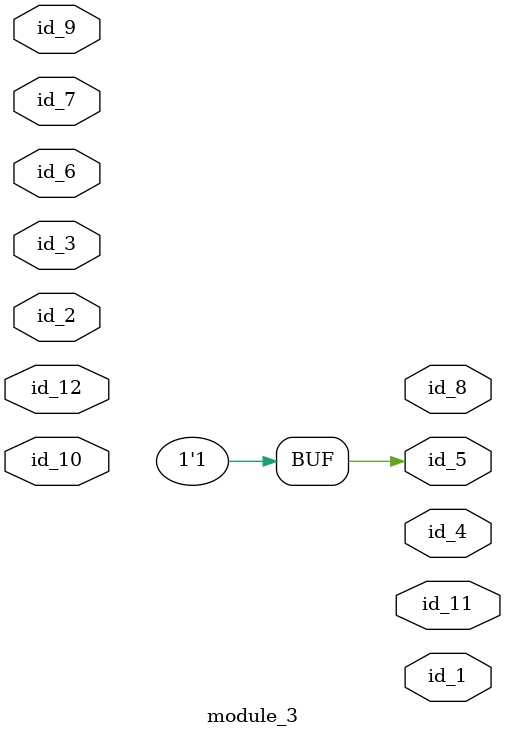
<source format=v>
module module_0 (
    id_1
);
  input wire id_1;
  wire id_2;
  wire id_3;
  wire id_4;
  assign id_2 = id_2;
endmodule
module module_1 (
    id_1,
    id_2,
    id_3
);
  input wire id_3;
  inout wire id_2;
  output wire id_1;
  wire id_4;
  wire id_5;
  module_0 modCall_1 (id_4);
endmodule
module module_2 ();
  wire id_1;
  module_0 modCall_1 (id_1);
endmodule
module module_3 (
    id_1,
    id_2,
    id_3,
    id_4,
    id_5,
    id_6,
    id_7,
    id_8,
    id_9,
    id_10,
    id_11,
    id_12
);
  input wire id_12;
  output wire id_11;
  input wire id_10;
  input wire id_9;
  output wire id_8;
  inout wire id_7;
  input wire id_6;
  output wire id_5;
  output wire id_4;
  input wire id_3;
  input wire id_2;
  output wire id_1;
  wire id_13;
  assign id_5 = 1;
  module_0 modCall_1 (id_12);
endmodule

</source>
